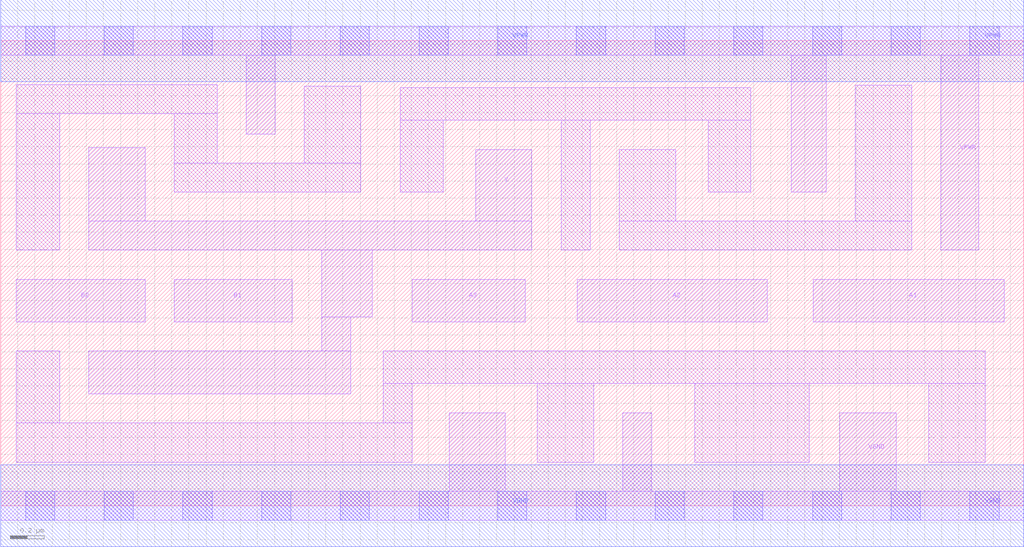
<source format=lef>
# Copyright 2020 The SkyWater PDK Authors
#
# Licensed under the Apache License, Version 2.0 (the "License");
# you may not use this file except in compliance with the License.
# You may obtain a copy of the License at
#
#     https://www.apache.org/licenses/LICENSE-2.0
#
# Unless required by applicable law or agreed to in writing, software
# distributed under the License is distributed on an "AS IS" BASIS,
# WITHOUT WARRANTIES OR CONDITIONS OF ANY KIND, either express or implied.
# See the License for the specific language governing permissions and
# limitations under the License.
#
# SPDX-License-Identifier: Apache-2.0

VERSION 5.7 ;
  NAMESCASESENSITIVE ON ;
  NOWIREEXTENSIONATPIN ON ;
  DIVIDERCHAR "/" ;
  BUSBITCHARS "[]" ;
UNITS
  DATABASE MICRONS 200 ;
END UNITS
MACRO sky130_fd_sc_hd__o32ai_2
  CLASS CORE ;
  SOURCE USER ;
  FOREIGN sky130_fd_sc_hd__o32ai_2 ;
  ORIGIN  0.000000  0.000000 ;
  SIZE  5.980000 BY  2.720000 ;
  SYMMETRY X Y R90 ;
  SITE unithd ;
  PIN A1
    ANTENNAGATEAREA  0.495000 ;
    DIRECTION INPUT ;
    USE SIGNAL ;
    PORT
      LAYER li1 ;
        RECT 4.750000 1.075000 5.865000 1.325000 ;
    END
  END A1
  PIN A2
    ANTENNAGATEAREA  0.495000 ;
    DIRECTION INPUT ;
    USE SIGNAL ;
    PORT
      LAYER li1 ;
        RECT 3.370000 1.075000 4.480000 1.325000 ;
    END
  END A2
  PIN A3
    ANTENNAGATEAREA  0.495000 ;
    DIRECTION INPUT ;
    USE SIGNAL ;
    PORT
      LAYER li1 ;
        RECT 2.405000 1.075000 3.065000 1.325000 ;
    END
  END A3
  PIN B1
    ANTENNAGATEAREA  0.495000 ;
    DIRECTION INPUT ;
    USE SIGNAL ;
    PORT
      LAYER li1 ;
        RECT 1.015000 1.075000 1.705000 1.325000 ;
    END
  END B1
  PIN B2
    ANTENNAGATEAREA  0.495000 ;
    DIRECTION INPUT ;
    USE SIGNAL ;
    PORT
      LAYER li1 ;
        RECT 0.090000 1.075000 0.845000 1.325000 ;
    END
  END B2
  PIN Y
    ANTENNADIFFAREA  0.891000 ;
    DIRECTION OUTPUT ;
    USE SIGNAL ;
    PORT
      LAYER li1 ;
        RECT 0.515000 0.655000 2.045000 0.905000 ;
        RECT 0.515000 1.495000 3.105000 1.665000 ;
        RECT 0.515000 1.665000 0.845000 2.095000 ;
        RECT 1.875000 0.905000 2.045000 1.105000 ;
        RECT 1.875000 1.105000 2.170000 1.495000 ;
        RECT 2.775000 1.665000 3.105000 2.085000 ;
    END
  END Y
  PIN VGND
    DIRECTION INOUT ;
    SHAPE ABUTMENT ;
    USE GROUND ;
    PORT
      LAYER li1 ;
        RECT 0.000000 -0.085000 5.980000 0.085000 ;
        RECT 2.620000  0.085000 2.950000 0.545000 ;
        RECT 3.635000  0.085000 3.805000 0.545000 ;
        RECT 4.905000  0.085000 5.235000 0.545000 ;
      LAYER mcon ;
        RECT 0.145000 -0.085000 0.315000 0.085000 ;
        RECT 0.605000 -0.085000 0.775000 0.085000 ;
        RECT 1.065000 -0.085000 1.235000 0.085000 ;
        RECT 1.525000 -0.085000 1.695000 0.085000 ;
        RECT 1.985000 -0.085000 2.155000 0.085000 ;
        RECT 2.445000 -0.085000 2.615000 0.085000 ;
        RECT 2.905000 -0.085000 3.075000 0.085000 ;
        RECT 3.365000 -0.085000 3.535000 0.085000 ;
        RECT 3.825000 -0.085000 3.995000 0.085000 ;
        RECT 4.285000 -0.085000 4.455000 0.085000 ;
        RECT 4.745000 -0.085000 4.915000 0.085000 ;
        RECT 5.205000 -0.085000 5.375000 0.085000 ;
        RECT 5.665000 -0.085000 5.835000 0.085000 ;
      LAYER met1 ;
        RECT 0.000000 -0.240000 5.980000 0.240000 ;
    END
  END VGND
  PIN VPWR
    DIRECTION INOUT ;
    SHAPE ABUTMENT ;
    USE POWER ;
    PORT
      LAYER li1 ;
        RECT 0.000000 2.635000 5.980000 2.805000 ;
        RECT 1.435000 2.175000 1.605000 2.635000 ;
        RECT 4.620000 1.835000 4.825000 2.635000 ;
        RECT 5.495000 1.495000 5.715000 2.635000 ;
      LAYER mcon ;
        RECT 0.145000 2.635000 0.315000 2.805000 ;
        RECT 0.605000 2.635000 0.775000 2.805000 ;
        RECT 1.065000 2.635000 1.235000 2.805000 ;
        RECT 1.525000 2.635000 1.695000 2.805000 ;
        RECT 1.985000 2.635000 2.155000 2.805000 ;
        RECT 2.445000 2.635000 2.615000 2.805000 ;
        RECT 2.905000 2.635000 3.075000 2.805000 ;
        RECT 3.365000 2.635000 3.535000 2.805000 ;
        RECT 3.825000 2.635000 3.995000 2.805000 ;
        RECT 4.285000 2.635000 4.455000 2.805000 ;
        RECT 4.745000 2.635000 4.915000 2.805000 ;
        RECT 5.205000 2.635000 5.375000 2.805000 ;
        RECT 5.665000 2.635000 5.835000 2.805000 ;
      LAYER met1 ;
        RECT 0.000000 2.480000 5.980000 2.960000 ;
    END
  END VPWR
  OBS
    LAYER li1 ;
      RECT 0.090000 0.255000 2.405000 0.485000 ;
      RECT 0.090000 0.485000 0.345000 0.905000 ;
      RECT 0.090000 1.495000 0.345000 2.295000 ;
      RECT 0.090000 2.295000 1.265000 2.465000 ;
      RECT 1.015000 1.835000 2.105000 2.005000 ;
      RECT 1.015000 2.005000 1.265000 2.295000 ;
      RECT 1.775000 2.005000 2.105000 2.455000 ;
      RECT 2.235000 0.485000 2.405000 0.715000 ;
      RECT 2.235000 0.715000 5.755000 0.905000 ;
      RECT 2.335000 1.835000 2.585000 2.255000 ;
      RECT 2.335000 2.255000 4.385000 2.445000 ;
      RECT 3.135000 0.255000 3.465000 0.715000 ;
      RECT 3.275000 1.495000 3.445000 2.255000 ;
      RECT 3.615000 1.495000 5.325000 1.665000 ;
      RECT 3.615000 1.665000 3.945000 2.085000 ;
      RECT 4.055000 0.255000 4.725000 0.715000 ;
      RECT 4.135000 1.835000 4.385000 2.255000 ;
      RECT 4.995000 1.665000 5.325000 2.460000 ;
      RECT 5.425000 0.255000 5.755000 0.715000 ;
  END
END sky130_fd_sc_hd__o32ai_2
END LIBRARY

</source>
